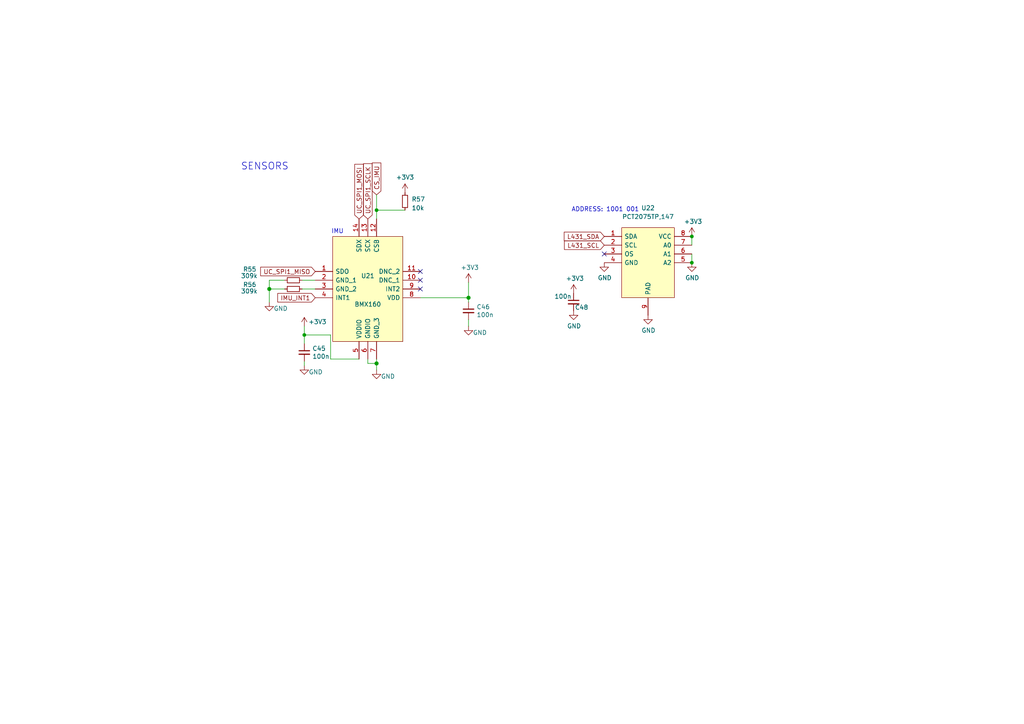
<source format=kicad_sch>
(kicad_sch
	(version 20231120)
	(generator "eeschema")
	(generator_version "8.0")
	(uuid "81cfeb71-ffa8-4301-b37a-51d1e5db774a")
	(paper "A4")
	(lib_symbols
		(symbol "Device:C_Small"
			(pin_numbers hide)
			(pin_names
				(offset 0.254) hide)
			(exclude_from_sim no)
			(in_bom yes)
			(on_board yes)
			(property "Reference" "C"
				(at 0.254 1.778 0)
				(effects
					(font
						(size 1.27 1.27)
					)
					(justify left)
				)
			)
			(property "Value" "C_Small"
				(at 0.254 -2.032 0)
				(effects
					(font
						(size 1.27 1.27)
					)
					(justify left)
				)
			)
			(property "Footprint" ""
				(at 0 0 0)
				(effects
					(font
						(size 1.27 1.27)
					)
					(hide yes)
				)
			)
			(property "Datasheet" "~"
				(at 0 0 0)
				(effects
					(font
						(size 1.27 1.27)
					)
					(hide yes)
				)
			)
			(property "Description" "Unpolarized capacitor, small symbol"
				(at 0 0 0)
				(effects
					(font
						(size 1.27 1.27)
					)
					(hide yes)
				)
			)
			(property "ki_keywords" "capacitor cap"
				(at 0 0 0)
				(effects
					(font
						(size 1.27 1.27)
					)
					(hide yes)
				)
			)
			(property "ki_fp_filters" "C_*"
				(at 0 0 0)
				(effects
					(font
						(size 1.27 1.27)
					)
					(hide yes)
				)
			)
			(symbol "C_Small_0_1"
				(polyline
					(pts
						(xy -1.524 -0.508) (xy 1.524 -0.508)
					)
					(stroke
						(width 0.3302)
						(type default)
					)
					(fill
						(type none)
					)
				)
				(polyline
					(pts
						(xy -1.524 0.508) (xy 1.524 0.508)
					)
					(stroke
						(width 0.3048)
						(type default)
					)
					(fill
						(type none)
					)
				)
			)
			(symbol "C_Small_1_1"
				(pin passive line
					(at 0 2.54 270)
					(length 2.032)
					(name "~"
						(effects
							(font
								(size 1.27 1.27)
							)
						)
					)
					(number "1"
						(effects
							(font
								(size 1.27 1.27)
							)
						)
					)
				)
				(pin passive line
					(at 0 -2.54 90)
					(length 2.032)
					(name "~"
						(effects
							(font
								(size 1.27 1.27)
							)
						)
					)
					(number "2"
						(effects
							(font
								(size 1.27 1.27)
							)
						)
					)
				)
			)
		)
		(symbol "Device:R_Small"
			(pin_numbers hide)
			(pin_names
				(offset 0.254) hide)
			(exclude_from_sim no)
			(in_bom yes)
			(on_board yes)
			(property "Reference" "R"
				(at 0.762 0.508 0)
				(effects
					(font
						(size 1.27 1.27)
					)
					(justify left)
				)
			)
			(property "Value" "R_Small"
				(at 0.762 -1.016 0)
				(effects
					(font
						(size 1.27 1.27)
					)
					(justify left)
				)
			)
			(property "Footprint" ""
				(at 0 0 0)
				(effects
					(font
						(size 1.27 1.27)
					)
					(hide yes)
				)
			)
			(property "Datasheet" "~"
				(at 0 0 0)
				(effects
					(font
						(size 1.27 1.27)
					)
					(hide yes)
				)
			)
			(property "Description" "Resistor, small symbol"
				(at 0 0 0)
				(effects
					(font
						(size 1.27 1.27)
					)
					(hide yes)
				)
			)
			(property "ki_keywords" "R resistor"
				(at 0 0 0)
				(effects
					(font
						(size 1.27 1.27)
					)
					(hide yes)
				)
			)
			(property "ki_fp_filters" "R_*"
				(at 0 0 0)
				(effects
					(font
						(size 1.27 1.27)
					)
					(hide yes)
				)
			)
			(symbol "R_Small_0_1"
				(rectangle
					(start -0.762 1.778)
					(end 0.762 -1.778)
					(stroke
						(width 0.2032)
						(type default)
					)
					(fill
						(type none)
					)
				)
			)
			(symbol "R_Small_1_1"
				(pin passive line
					(at 0 2.54 270)
					(length 0.762)
					(name "~"
						(effects
							(font
								(size 1.27 1.27)
							)
						)
					)
					(number "1"
						(effects
							(font
								(size 1.27 1.27)
							)
						)
					)
				)
				(pin passive line
					(at 0 -2.54 90)
					(length 0.762)
					(name "~"
						(effects
							(font
								(size 1.27 1.27)
							)
						)
					)
					(number "2"
						(effects
							(font
								(size 1.27 1.27)
							)
						)
					)
				)
			)
		)
		(symbol "PCT2075TP,147_1"
			(pin_names
				(offset 0.762)
			)
			(exclude_from_sim no)
			(in_bom yes)
			(on_board yes)
			(property "Reference" "U2"
				(at 12.7 8.255 0)
				(effects
					(font
						(size 1.27 1.27)
					)
				)
			)
			(property "Value" "PCT2075TP,147_1"
				(at 12.7 5.715 0)
				(effects
					(font
						(size 1.27 1.27)
					)
				)
			)
			(property "Footprint" "downloaded_parts:SON50P300X200X80-9N"
				(at 21.59 2.54 0)
				(effects
					(font
						(size 1.27 1.27)
					)
					(justify left)
					(hide yes)
				)
			)
			(property "Datasheet" "http://www.nxp.com/docs/en/data-sheet/PCT2075.pdf"
				(at 21.59 0 0)
				(effects
					(font
						(size 1.27 1.27)
					)
					(justify left)
					(hide yes)
				)
			)
			(property "Description" "NXP - PCT2075TP,147 - Temperature Sensor IC, Digital, +/- 2C, -55 C, 125 C, SON, 8 Pins"
				(at 21.59 -2.54 0)
				(effects
					(font
						(size 1.27 1.27)
					)
					(justify left)
					(hide yes)
				)
			)
			(property "Height" "0.8"
				(at 21.59 -5.08 0)
				(effects
					(font
						(size 1.27 1.27)
					)
					(justify left)
					(hide yes)
				)
			)
			(property "Mouser Part Number" "771-PCT2075TP147"
				(at 21.59 -7.62 0)
				(effects
					(font
						(size 1.27 1.27)
					)
					(justify left)
					(hide yes)
				)
			)
			(property "Mouser Price/Stock" "https://www.mouser.co.uk/ProductDetail/NXP-Semiconductors/PCT2075TP147?qs=8kBc1%252BPe71eEyKWf3YBaGA%3D%3D"
				(at 21.59 -10.16 0)
				(effects
					(font
						(size 1.27 1.27)
					)
					(justify left)
					(hide yes)
				)
			)
			(property "Manufacturer_Name" "NXP"
				(at 21.59 -12.7 0)
				(effects
					(font
						(size 1.27 1.27)
					)
					(justify left)
					(hide yes)
				)
			)
			(property "Manufacturer_Part_Number" "PCT2075TP,147"
				(at 21.59 -15.24 0)
				(effects
					(font
						(size 1.27 1.27)
					)
					(justify left)
					(hide yes)
				)
			)
			(symbol "PCT2075TP,147_1_0_0"
				(pin passive line
					(at 0 0 0)
					(length 5.08)
					(name "SDA"
						(effects
							(font
								(size 1.27 1.27)
							)
						)
					)
					(number "1"
						(effects
							(font
								(size 1.27 1.27)
							)
						)
					)
				)
				(pin passive line
					(at 0 -2.54 0)
					(length 5.08)
					(name "SCL"
						(effects
							(font
								(size 1.27 1.27)
							)
						)
					)
					(number "2"
						(effects
							(font
								(size 1.27 1.27)
							)
						)
					)
				)
				(pin passive line
					(at 0 -5.08 0)
					(length 5.08)
					(name "OS"
						(effects
							(font
								(size 1.27 1.27)
							)
						)
					)
					(number "3"
						(effects
							(font
								(size 1.27 1.27)
							)
						)
					)
				)
				(pin passive line
					(at 0 -7.62 0)
					(length 5.08)
					(name "GND"
						(effects
							(font
								(size 1.27 1.27)
							)
						)
					)
					(number "4"
						(effects
							(font
								(size 1.27 1.27)
							)
						)
					)
				)
				(pin passive line
					(at 25.4 -7.62 180)
					(length 5.08)
					(name "A2"
						(effects
							(font
								(size 1.27 1.27)
							)
						)
					)
					(number "5"
						(effects
							(font
								(size 1.27 1.27)
							)
						)
					)
				)
				(pin passive line
					(at 25.4 -5.08 180)
					(length 5.08)
					(name "A1"
						(effects
							(font
								(size 1.27 1.27)
							)
						)
					)
					(number "6"
						(effects
							(font
								(size 1.27 1.27)
							)
						)
					)
				)
				(pin passive line
					(at 25.4 -2.54 180)
					(length 5.08)
					(name "A0"
						(effects
							(font
								(size 1.27 1.27)
							)
						)
					)
					(number "7"
						(effects
							(font
								(size 1.27 1.27)
							)
						)
					)
				)
				(pin passive line
					(at 25.4 0 180)
					(length 5.08)
					(name "VCC"
						(effects
							(font
								(size 1.27 1.27)
							)
						)
					)
					(number "8"
						(effects
							(font
								(size 1.27 1.27)
							)
						)
					)
				)
				(pin passive line
					(at 12.7 -22.86 90)
					(length 5.08)
					(name "PAD"
						(effects
							(font
								(size 1.27 1.27)
							)
						)
					)
					(number "9"
						(effects
							(font
								(size 1.27 1.27)
							)
						)
					)
				)
			)
			(symbol "PCT2075TP,147_1_0_1"
				(polyline
					(pts
						(xy 5.08 2.54) (xy 20.32 2.54) (xy 20.32 -17.78) (xy 5.08 -17.78) (xy 5.08 2.54)
					)
					(stroke
						(width 0.1524)
						(type default)
					)
					(fill
						(type background)
					)
				)
			)
		)
		(symbol "SamacSys_Parts3:BMX160"
			(pin_names
				(offset 0.762)
			)
			(exclude_from_sim no)
			(in_bom yes)
			(on_board yes)
			(property "Reference" "IC?"
				(at 15.24 19.685 0)
				(effects
					(font
						(size 1.27 1.27)
					)
				)
			)
			(property "Value" "BMX160"
				(at 15.24 17.145 0)
				(effects
					(font
						(size 1.27 1.27)
					)
				)
			)
			(property "Footprint" "PQFN50P300X250X88-14N"
				(at 26.67 10.16 0)
				(effects
					(font
						(size 1.27 1.27)
					)
					(justify left)
					(hide yes)
				)
			)
			(property "Datasheet" ""
				(at 26.67 7.62 0)
				(effects
					(font
						(size 1.27 1.27)
					)
					(justify left)
					(hide yes)
				)
			)
			(property "Description" "IMUs - Inertial Measurement Units 9-axis (9DOF) Absolute Orientation MEMS Sensor"
				(at 26.67 5.08 0)
				(effects
					(font
						(size 1.27 1.27)
					)
					(justify left)
					(hide yes)
				)
			)
			(property "Height" "0.88"
				(at 26.67 2.54 0)
				(effects
					(font
						(size 1.27 1.27)
					)
					(justify left)
					(hide yes)
				)
			)
			(property "Mouser Part Number" "262-BMX160"
				(at 26.67 0 0)
				(effects
					(font
						(size 1.27 1.27)
					)
					(justify left)
					(hide yes)
				)
			)
			(property "Mouser Price/Stock" "https://www.mouser.co.uk/ProductDetail/Bosch-Sensortec/BMX160?qs=w%2Fv1CP2dgqoayZdn49CsrA%3D%3D"
				(at 26.67 -2.54 0)
				(effects
					(font
						(size 1.27 1.27)
					)
					(justify left)
					(hide yes)
				)
			)
			(property "Manufacturer_Name" "Bosch Sensortec"
				(at 26.67 -5.08 0)
				(effects
					(font
						(size 1.27 1.27)
					)
					(justify left)
					(hide yes)
				)
			)
			(property "Manufacturer_Part_Number" "BMX160"
				(at 26.67 -7.62 0)
				(effects
					(font
						(size 1.27 1.27)
					)
					(justify left)
					(hide yes)
				)
			)
			(symbol "BMX160_0_0"
				(pin passive line
					(at 0 0 0)
					(length 5.08)
					(name "SDO"
						(effects
							(font
								(size 1.27 1.27)
							)
						)
					)
					(number "1"
						(effects
							(font
								(size 1.27 1.27)
							)
						)
					)
				)
				(pin passive line
					(at 30.48 -2.54 180)
					(length 5.08)
					(name "DNC_1"
						(effects
							(font
								(size 1.27 1.27)
							)
						)
					)
					(number "10"
						(effects
							(font
								(size 1.27 1.27)
							)
						)
					)
				)
				(pin passive line
					(at 30.48 0 180)
					(length 5.08)
					(name "DNC_2"
						(effects
							(font
								(size 1.27 1.27)
							)
						)
					)
					(number "11"
						(effects
							(font
								(size 1.27 1.27)
							)
						)
					)
				)
				(pin passive line
					(at 17.78 15.24 270)
					(length 5.08)
					(name "CSB"
						(effects
							(font
								(size 1.27 1.27)
							)
						)
					)
					(number "12"
						(effects
							(font
								(size 1.27 1.27)
							)
						)
					)
				)
				(pin passive line
					(at 15.24 15.24 270)
					(length 5.08)
					(name "SCX"
						(effects
							(font
								(size 1.27 1.27)
							)
						)
					)
					(number "13"
						(effects
							(font
								(size 1.27 1.27)
							)
						)
					)
				)
				(pin passive line
					(at 12.7 15.24 270)
					(length 5.08)
					(name "SDX"
						(effects
							(font
								(size 1.27 1.27)
							)
						)
					)
					(number "14"
						(effects
							(font
								(size 1.27 1.27)
							)
						)
					)
				)
				(pin passive line
					(at 0 -2.54 0)
					(length 5.08)
					(name "GND_1"
						(effects
							(font
								(size 1.27 1.27)
							)
						)
					)
					(number "2"
						(effects
							(font
								(size 1.27 1.27)
							)
						)
					)
				)
				(pin passive line
					(at 0 -5.08 0)
					(length 5.08)
					(name "GND_2"
						(effects
							(font
								(size 1.27 1.27)
							)
						)
					)
					(number "3"
						(effects
							(font
								(size 1.27 1.27)
							)
						)
					)
				)
				(pin passive line
					(at 0 -7.62 0)
					(length 5.08)
					(name "INT1"
						(effects
							(font
								(size 1.27 1.27)
							)
						)
					)
					(number "4"
						(effects
							(font
								(size 1.27 1.27)
							)
						)
					)
				)
				(pin passive line
					(at 12.7 -25.4 90)
					(length 5.08)
					(name "VDDIO"
						(effects
							(font
								(size 1.27 1.27)
							)
						)
					)
					(number "5"
						(effects
							(font
								(size 1.27 1.27)
							)
						)
					)
				)
				(pin passive line
					(at 15.24 -25.4 90)
					(length 5.08)
					(name "GNDIO"
						(effects
							(font
								(size 1.27 1.27)
							)
						)
					)
					(number "6"
						(effects
							(font
								(size 1.27 1.27)
							)
						)
					)
				)
				(pin passive line
					(at 17.78 -25.4 90)
					(length 5.08)
					(name "GND_3"
						(effects
							(font
								(size 1.27 1.27)
							)
						)
					)
					(number "7"
						(effects
							(font
								(size 1.27 1.27)
							)
						)
					)
				)
				(pin passive line
					(at 30.48 -7.62 180)
					(length 5.08)
					(name "VDD"
						(effects
							(font
								(size 1.27 1.27)
							)
						)
					)
					(number "8"
						(effects
							(font
								(size 1.27 1.27)
							)
						)
					)
				)
				(pin passive line
					(at 30.48 -5.08 180)
					(length 5.08)
					(name "INT2"
						(effects
							(font
								(size 1.27 1.27)
							)
						)
					)
					(number "9"
						(effects
							(font
								(size 1.27 1.27)
							)
						)
					)
				)
			)
			(symbol "BMX160_0_1"
				(polyline
					(pts
						(xy 5.08 10.16) (xy 25.4 10.16) (xy 25.4 -20.32) (xy 5.08 -20.32) (xy 5.08 10.16)
					)
					(stroke
						(width 0.1524)
						(type default)
					)
					(fill
						(type background)
					)
				)
			)
		)
		(symbol "power:+3.3V"
			(power)
			(pin_names
				(offset 0)
			)
			(exclude_from_sim no)
			(in_bom yes)
			(on_board yes)
			(property "Reference" "#PWR"
				(at 0 -3.81 0)
				(effects
					(font
						(size 1.27 1.27)
					)
					(hide yes)
				)
			)
			(property "Value" "+3.3V"
				(at 0 3.556 0)
				(effects
					(font
						(size 1.27 1.27)
					)
				)
			)
			(property "Footprint" ""
				(at 0 0 0)
				(effects
					(font
						(size 1.27 1.27)
					)
					(hide yes)
				)
			)
			(property "Datasheet" ""
				(at 0 0 0)
				(effects
					(font
						(size 1.27 1.27)
					)
					(hide yes)
				)
			)
			(property "Description" "Power flag"
				(at 0 0 0)
				(effects
					(font
						(size 1.27 1.27)
					)
					(hide yes)
				)
			)
			(property "ki_keywords" "power-flag"
				(at 0 0 0)
				(effects
					(font
						(size 1.27 1.27)
					)
					(hide yes)
				)
			)
			(symbol "+3.3V_0_1"
				(polyline
					(pts
						(xy -0.762 1.27) (xy 0 2.54)
					)
					(stroke
						(width 0)
						(type default)
					)
					(fill
						(type none)
					)
				)
				(polyline
					(pts
						(xy 0 0) (xy 0 2.54)
					)
					(stroke
						(width 0)
						(type default)
					)
					(fill
						(type none)
					)
				)
				(polyline
					(pts
						(xy 0 2.54) (xy 0.762 1.27)
					)
					(stroke
						(width 0)
						(type default)
					)
					(fill
						(type none)
					)
				)
			)
			(symbol "+3.3V_1_1"
				(pin power_in line
					(at 0 0 90)
					(length 0) hide
					(name "+3V3"
						(effects
							(font
								(size 1.27 1.27)
							)
						)
					)
					(number "1"
						(effects
							(font
								(size 1.27 1.27)
							)
						)
					)
				)
			)
		)
		(symbol "power:+3V3"
			(power)
			(pin_names
				(offset 0)
			)
			(exclude_from_sim no)
			(in_bom yes)
			(on_board yes)
			(property "Reference" "#PWR"
				(at 0 -3.81 0)
				(effects
					(font
						(size 1.27 1.27)
					)
					(hide yes)
				)
			)
			(property "Value" "+3V3"
				(at 0 3.556 0)
				(effects
					(font
						(size 1.27 1.27)
					)
				)
			)
			(property "Footprint" ""
				(at 0 0 0)
				(effects
					(font
						(size 1.27 1.27)
					)
					(hide yes)
				)
			)
			(property "Datasheet" ""
				(at 0 0 0)
				(effects
					(font
						(size 1.27 1.27)
					)
					(hide yes)
				)
			)
			(property "Description" "Power flag"
				(at 0 0 0)
				(effects
					(font
						(size 1.27 1.27)
					)
					(hide yes)
				)
			)
			(property "ki_keywords" "power-flag"
				(at 0 0 0)
				(effects
					(font
						(size 1.27 1.27)
					)
					(hide yes)
				)
			)
			(symbol "+3V3_0_1"
				(polyline
					(pts
						(xy -0.762 1.27) (xy 0 2.54)
					)
					(stroke
						(width 0)
						(type default)
					)
					(fill
						(type none)
					)
				)
				(polyline
					(pts
						(xy 0 0) (xy 0 2.54)
					)
					(stroke
						(width 0)
						(type default)
					)
					(fill
						(type none)
					)
				)
				(polyline
					(pts
						(xy 0 2.54) (xy 0.762 1.27)
					)
					(stroke
						(width 0)
						(type default)
					)
					(fill
						(type none)
					)
				)
			)
			(symbol "+3V3_1_1"
				(pin power_in line
					(at 0 0 90)
					(length 0) hide
					(name "+3V3"
						(effects
							(font
								(size 1.27 1.27)
							)
						)
					)
					(number "1"
						(effects
							(font
								(size 1.27 1.27)
							)
						)
					)
				)
			)
		)
		(symbol "power:GND"
			(power)
			(pin_names
				(offset 0)
			)
			(exclude_from_sim no)
			(in_bom yes)
			(on_board yes)
			(property "Reference" "#PWR"
				(at 0 -6.35 0)
				(effects
					(font
						(size 1.27 1.27)
					)
					(hide yes)
				)
			)
			(property "Value" "GND"
				(at 0 -3.81 0)
				(effects
					(font
						(size 1.27 1.27)
					)
				)
			)
			(property "Footprint" ""
				(at 0 0 0)
				(effects
					(font
						(size 1.27 1.27)
					)
					(hide yes)
				)
			)
			(property "Datasheet" ""
				(at 0 0 0)
				(effects
					(font
						(size 1.27 1.27)
					)
					(hide yes)
				)
			)
			(property "Description" "Power flag, ground"
				(at 0 0 0)
				(effects
					(font
						(size 1.27 1.27)
					)
					(hide yes)
				)
			)
			(property "ki_keywords" "power-flag"
				(at 0 0 0)
				(effects
					(font
						(size 1.27 1.27)
					)
					(hide yes)
				)
			)
			(symbol "GND_0_1"
				(polyline
					(pts
						(xy 0 0) (xy 0 -1.27) (xy 1.27 -1.27) (xy 0 -2.54) (xy -1.27 -1.27) (xy 0 -1.27)
					)
					(stroke
						(width 0)
						(type default)
					)
					(fill
						(type none)
					)
				)
			)
			(symbol "GND_1_1"
				(pin power_in line
					(at 0 0 270)
					(length 0) hide
					(name "GND"
						(effects
							(font
								(size 1.27 1.27)
							)
						)
					)
					(number "1"
						(effects
							(font
								(size 1.27 1.27)
							)
						)
					)
				)
			)
		)
	)
	(junction
		(at 109.22 60.96)
		(diameter 0)
		(color 0 0 0 0)
		(uuid "1a294ff3-21c5-4c6c-8701-c320e05fec1d")
	)
	(junction
		(at 200.66 76.2)
		(diameter 0)
		(color 0 0 0 0)
		(uuid "3a2823c9-96c3-4c9a-add2-cc6474f99fb2")
	)
	(junction
		(at 135.89 86.36)
		(diameter 1.016)
		(color 0 0 0 0)
		(uuid "4e87cf8f-1c21-47f3-bbb5-ed7230b1bf3d")
	)
	(junction
		(at 109.22 105.41)
		(diameter 1.016)
		(color 0 0 0 0)
		(uuid "6490474c-6dfc-4036-aa96-f3ac061b3438")
	)
	(junction
		(at 200.66 68.58)
		(diameter 0)
		(color 0 0 0 0)
		(uuid "85502df8-dfc2-4794-b329-2574c9513a58")
	)
	(junction
		(at 88.265 97.155)
		(diameter 0.9144)
		(color 0 0 0 0)
		(uuid "9291b9ee-da1f-4f67-b92b-004d082c36c2")
	)
	(junction
		(at 78.105 83.82)
		(diameter 1.016)
		(color 0 0 0 0)
		(uuid "f255e330-3aa6-4bd0-a54d-13481b5d40e9")
	)
	(no_connect
		(at 121.92 83.82)
		(uuid "0f06d869-0436-4170-8023-9c46b5b33461")
	)
	(no_connect
		(at 121.92 81.28)
		(uuid "44bd239c-3a61-4d89-a81f-e5c84965a00a")
	)
	(no_connect
		(at 175.26 73.66)
		(uuid "c7eaead3-5a35-4b50-9d19-c3e11e8c2e6d")
	)
	(no_connect
		(at 121.92 78.74)
		(uuid "d501063f-a5d8-4e6f-8a3a-a79fb12813d2")
	)
	(wire
		(pts
			(xy 109.22 56.515) (xy 109.22 60.96)
		)
		(stroke
			(width 0)
			(type default)
		)
		(uuid "12cd3e61-7941-4f33-ad70-adca7f2b3ede")
	)
	(wire
		(pts
			(xy 135.89 81.915) (xy 135.89 86.36)
		)
		(stroke
			(width 0)
			(type solid)
		)
		(uuid "17aee81f-7721-4ceb-baea-0e69d88fdc6d")
	)
	(wire
		(pts
			(xy 88.265 94.615) (xy 88.265 97.155)
		)
		(stroke
			(width 0)
			(type solid)
		)
		(uuid "1a3c458c-dd48-47c6-bcc5-57143989c470")
	)
	(wire
		(pts
			(xy 95.885 104.14) (xy 95.885 97.155)
		)
		(stroke
			(width 0)
			(type solid)
		)
		(uuid "1d064ed9-f344-4ccf-b5a7-110384038dfa")
	)
	(wire
		(pts
			(xy 200.66 73.66) (xy 200.66 76.2)
		)
		(stroke
			(width 0)
			(type default)
		)
		(uuid "2b6df775-cdaa-4b60-a14e-3ab7d97f2126")
	)
	(wire
		(pts
			(xy 135.89 92.71) (xy 135.89 94.615)
		)
		(stroke
			(width 0)
			(type solid)
		)
		(uuid "45d8d7ba-d96b-4e08-b446-596ba8252ecd")
	)
	(wire
		(pts
			(xy 88.265 97.155) (xy 88.265 99.695)
		)
		(stroke
			(width 0)
			(type solid)
		)
		(uuid "4e4ce27e-de84-4020-8330-b0e78c065580")
	)
	(wire
		(pts
			(xy 109.22 60.96) (xy 117.475 60.96)
		)
		(stroke
			(width 0)
			(type default)
		)
		(uuid "55e7c1b8-2af5-4ac6-a9d4-f71dc139d924")
	)
	(wire
		(pts
			(xy 109.22 105.41) (xy 109.22 107.315)
		)
		(stroke
			(width 0)
			(type solid)
		)
		(uuid "576cb0cf-300f-403e-bd11-3b1f2795bdfa")
	)
	(wire
		(pts
			(xy 135.89 86.36) (xy 135.89 87.63)
		)
		(stroke
			(width 0)
			(type solid)
		)
		(uuid "5e11dcfe-7147-4512-85a8-f502da3cf427")
	)
	(wire
		(pts
			(xy 78.105 83.82) (xy 78.105 87.63)
		)
		(stroke
			(width 0)
			(type solid)
		)
		(uuid "74521781-19e1-4ac9-9097-0b4bec4cf1de")
	)
	(wire
		(pts
			(xy 91.44 81.28) (xy 87.63 81.28)
		)
		(stroke
			(width 0)
			(type solid)
		)
		(uuid "7713b54b-2b52-4e1f-9903-ac9311c7cd09")
	)
	(wire
		(pts
			(xy 95.885 97.155) (xy 88.265 97.155)
		)
		(stroke
			(width 0)
			(type solid)
		)
		(uuid "779236e6-df08-42af-b90b-e2694d8e1d3a")
	)
	(wire
		(pts
			(xy 121.92 86.36) (xy 135.89 86.36)
		)
		(stroke
			(width 0)
			(type solid)
		)
		(uuid "77dbe236-9981-499e-91a9-aac1dec4fc31")
	)
	(wire
		(pts
			(xy 104.14 104.14) (xy 95.885 104.14)
		)
		(stroke
			(width 0)
			(type solid)
		)
		(uuid "7ef1067b-7fcc-499c-9493-f1920d2fc538")
	)
	(wire
		(pts
			(xy 200.66 68.58) (xy 200.66 71.12)
		)
		(stroke
			(width 0)
			(type default)
		)
		(uuid "8936da11-63e6-4c96-88b6-865ce2e6306a")
	)
	(wire
		(pts
			(xy 91.44 83.82) (xy 87.63 83.82)
		)
		(stroke
			(width 0)
			(type solid)
		)
		(uuid "9113d62c-0f38-4521-8159-44ba342a176c")
	)
	(wire
		(pts
			(xy 106.68 105.41) (xy 109.22 105.41)
		)
		(stroke
			(width 0)
			(type solid)
		)
		(uuid "9cd15070-42ed-4c13-8402-73eccd8c8ede")
	)
	(wire
		(pts
			(xy 106.68 104.14) (xy 106.68 105.41)
		)
		(stroke
			(width 0)
			(type solid)
		)
		(uuid "a6ca65ac-fa32-4954-8319-a99d11bbdd0d")
	)
	(wire
		(pts
			(xy 109.22 60.96) (xy 109.22 63.5)
		)
		(stroke
			(width 0)
			(type default)
		)
		(uuid "a860431e-f680-463a-9d5f-45bfc19d3435")
	)
	(wire
		(pts
			(xy 88.265 104.775) (xy 88.265 106.045)
		)
		(stroke
			(width 0)
			(type solid)
		)
		(uuid "a8b63dfe-f2cf-4887-92d9-940accf0d8d3")
	)
	(wire
		(pts
			(xy 82.55 81.28) (xy 78.105 81.28)
		)
		(stroke
			(width 0)
			(type solid)
		)
		(uuid "ae0b74c6-62a9-4c04-86b2-9910b734b2ba")
	)
	(wire
		(pts
			(xy 109.22 104.14) (xy 109.22 105.41)
		)
		(stroke
			(width 0)
			(type solid)
		)
		(uuid "bce302b6-3b59-44c2-a319-d6c367441624")
	)
	(wire
		(pts
			(xy 78.105 81.28) (xy 78.105 83.82)
		)
		(stroke
			(width 0)
			(type solid)
		)
		(uuid "c27ae6bc-e831-414d-84d5-cfb49edebf4b")
	)
	(wire
		(pts
			(xy 82.55 83.82) (xy 78.105 83.82)
		)
		(stroke
			(width 0)
			(type solid)
		)
		(uuid "d3a76eab-173c-4fba-92a9-09a2bf04d709")
	)
	(text "SENSORS"
		(exclude_from_sim no)
		(at 69.85 49.53 0)
		(effects
			(font
				(size 2 2)
			)
			(justify left bottom)
		)
		(uuid "82fe95e2-a1e6-479f-8388-5e97929d4c95")
	)
	(text "ADDRESS: 1001 001"
		(exclude_from_sim no)
		(at 165.735 61.595 0)
		(effects
			(font
				(size 1.27 1.27)
			)
			(justify left bottom)
		)
		(uuid "c5de9b7f-6289-49c9-8a8d-89717f181017")
	)
	(text "IMU"
		(exclude_from_sim no)
		(at 99.695 67.945 0)
		(effects
			(font
				(size 1.27 1.27)
			)
			(justify right bottom)
		)
		(uuid "d5c4e02e-eb2d-46c3-8298-6af13f7006f4")
	)
	(global_label "CS_IMU"
		(shape input)
		(at 109.22 56.515 90)
		(effects
			(font
				(size 1.27 1.27)
			)
			(justify left)
		)
		(uuid "02dff6a7-5005-4b72-a426-fb5f4b785459")
		(property "Intersheetrefs" "${INTERSHEET_REFS}"
			(at 109.2994 44.7765 90)
			(effects
				(font
					(size 1.27 1.27)
				)
				(justify left)
				(hide yes)
			)
		)
	)
	(global_label "L431_SDA"
		(shape input)
		(at 175.26 68.58 180)
		(fields_autoplaced yes)
		(effects
			(font
				(size 1.27 1.27)
			)
			(justify right)
		)
		(uuid "48df0ac0-adc1-48b4-95f8-b77dc6b36383")
		(property "Intersheetrefs" "${INTERSHEET_REFS}"
			(at 163.0825 68.58 0)
			(effects
				(font
					(size 1.27 1.27)
				)
				(justify right)
				(hide yes)
			)
		)
	)
	(global_label "L431_SCL"
		(shape input)
		(at 175.26 71.12 180)
		(fields_autoplaced yes)
		(effects
			(font
				(size 1.27 1.27)
			)
			(justify right)
		)
		(uuid "5e51d298-2eee-4194-90cb-bf6ca1146eac")
		(property "Intersheetrefs" "${INTERSHEET_REFS}"
			(at 163.143 71.12 0)
			(effects
				(font
					(size 1.27 1.27)
				)
				(justify right)
				(hide yes)
			)
		)
	)
	(global_label "IMU_INT1"
		(shape input)
		(at 91.44 86.36 180)
		(fields_autoplaced yes)
		(effects
			(font
				(size 1.27 1.27)
			)
			(justify right)
		)
		(uuid "634f7e42-876f-49cf-8a66-add3f46ebd1f")
		(property "Intersheetrefs" "${INTERSHEET_REFS}"
			(at 80.5602 86.2806 0)
			(effects
				(font
					(size 1.27 1.27)
				)
				(justify right)
				(hide yes)
			)
		)
	)
	(global_label "UC_SPI1_MOSI"
		(shape input)
		(at 104.14 63.5 90)
		(effects
			(font
				(size 1.27 1.27)
			)
			(justify left)
		)
		(uuid "8ce71932-6903-4bfa-9b4d-2d57d58ff0d4")
		(property "Intersheetrefs" "${INTERSHEET_REFS}"
			(at 104.2194 48.9191 90)
			(effects
				(font
					(size 1.27 1.27)
				)
				(justify left)
				(hide yes)
			)
		)
	)
	(global_label "UC_SPI1_MISO"
		(shape input)
		(at 91.44 78.74 180)
		(effects
			(font
				(size 1.27 1.27)
			)
			(justify right)
		)
		(uuid "b649b1d1-9fcc-4003-ac7a-41a7cbc49eef")
		(property "Intersheetrefs" "${INTERSHEET_REFS}"
			(at 76.8591 78.6606 0)
			(effects
				(font
					(size 1.27 1.27)
				)
				(justify right)
				(hide yes)
			)
		)
	)
	(global_label "UC_SPI1_SCLK"
		(shape input)
		(at 106.68 63.5 90)
		(effects
			(font
				(size 1.27 1.27)
			)
			(justify left)
		)
		(uuid "c6332de0-ccc0-4b9f-8a69-7ab44721a8e3")
		(property "Intersheetrefs" "${INTERSHEET_REFS}"
			(at 106.7594 48.9191 90)
			(effects
				(font
					(size 1.27 1.27)
				)
				(justify left)
				(hide yes)
			)
		)
	)
	(symbol
		(lib_id "power:GND")
		(at 200.66 76.2 0)
		(unit 1)
		(exclude_from_sim no)
		(in_bom yes)
		(on_board yes)
		(dnp no)
		(uuid "1335490f-484a-44dc-8286-c16ada3564f1")
		(property "Reference" "#PWR0160"
			(at 200.66 82.55 0)
			(effects
				(font
					(size 1.27 1.27)
				)
				(hide yes)
			)
		)
		(property "Value" "GND"
			(at 200.787 80.5942 0)
			(effects
				(font
					(size 1.27 1.27)
				)
			)
		)
		(property "Footprint" ""
			(at 200.66 76.2 0)
			(effects
				(font
					(size 1.27 1.27)
				)
				(hide yes)
			)
		)
		(property "Datasheet" ""
			(at 200.66 76.2 0)
			(effects
				(font
					(size 1.27 1.27)
				)
				(hide yes)
			)
		)
		(property "Description" ""
			(at 200.66 76.2 0)
			(effects
				(font
					(size 1.27 1.27)
				)
				(hide yes)
			)
		)
		(pin "1"
			(uuid "336f879d-ad9d-4674-8c1b-b4767395549c")
		)
		(instances
			(project "robot-hub_rev4.1"
				(path "/e63e39d7-6ac0-4ffd-8aa3-1841a4541b55/276137d6-f261-403a-928e-262ec5d4f74c"
					(reference "#PWR0160")
					(unit 1)
				)
			)
		)
	)
	(symbol
		(lib_id "power:GND")
		(at 109.22 107.315 0)
		(unit 1)
		(exclude_from_sim no)
		(in_bom yes)
		(on_board yes)
		(dnp no)
		(uuid "149cbb12-fca2-48c2-8e88-dd0ec161bad0")
		(property "Reference" "#PWR0147"
			(at 109.22 113.665 0)
			(effects
				(font
					(size 1.27 1.27)
				)
				(hide yes)
			)
		)
		(property "Value" "GND"
			(at 112.522 109.1692 0)
			(effects
				(font
					(size 1.27 1.27)
				)
			)
		)
		(property "Footprint" ""
			(at 109.22 107.315 0)
			(effects
				(font
					(size 1.27 1.27)
				)
				(hide yes)
			)
		)
		(property "Datasheet" ""
			(at 109.22 107.315 0)
			(effects
				(font
					(size 1.27 1.27)
				)
				(hide yes)
			)
		)
		(property "Description" ""
			(at 109.22 107.315 0)
			(effects
				(font
					(size 1.27 1.27)
				)
				(hide yes)
			)
		)
		(pin "1"
			(uuid "9dca3ded-aac8-4c81-a7a4-44e33cb86c4f")
		)
		(instances
			(project "robot-hub_rev4.1"
				(path "/e63e39d7-6ac0-4ffd-8aa3-1841a4541b55/276137d6-f261-403a-928e-262ec5d4f74c"
					(reference "#PWR0147")
					(unit 1)
				)
			)
		)
	)
	(symbol
		(lib_id "Device:C_Small")
		(at 88.265 102.235 0)
		(unit 1)
		(exclude_from_sim no)
		(in_bom yes)
		(on_board yes)
		(dnp no)
		(uuid "23ea3104-988e-495e-8197-35f024f9066d")
		(property "Reference" "C45"
			(at 90.5892 101.0856 0)
			(effects
				(font
					(size 1.27 1.27)
				)
				(justify left)
			)
		)
		(property "Value" "100n"
			(at 90.589 103.384 0)
			(effects
				(font
					(size 1.27 1.27)
				)
				(justify left)
			)
		)
		(property "Footprint" "Capacitor_SMD:C_0603_1608Metric"
			(at 88.265 102.235 0)
			(effects
				(font
					(size 1.27 1.27)
				)
				(hide yes)
			)
		)
		(property "Datasheet" "~"
			(at 88.265 102.235 0)
			(effects
				(font
					(size 1.27 1.27)
				)
				(hide yes)
			)
		)
		(property "Description" ""
			(at 88.265 102.235 0)
			(effects
				(font
					(size 1.27 1.27)
				)
				(hide yes)
			)
		)
		(pin "1"
			(uuid "d7309fdd-7711-4624-a787-a48931da5749")
		)
		(pin "2"
			(uuid "2efb2999-2636-4b39-a7cf-8f5c41ac3b68")
		)
		(instances
			(project "robot-hub_rev4.1"
				(path "/e63e39d7-6ac0-4ffd-8aa3-1841a4541b55/276137d6-f261-403a-928e-262ec5d4f74c"
					(reference "C45")
					(unit 1)
				)
			)
		)
	)
	(symbol
		(lib_id "power:GND")
		(at 78.105 87.63 0)
		(unit 1)
		(exclude_from_sim no)
		(in_bom yes)
		(on_board yes)
		(dnp no)
		(uuid "24e87508-7e02-4c59-919e-7a8cf91bc0ec")
		(property "Reference" "#PWR0144"
			(at 78.105 93.98 0)
			(effects
				(font
					(size 1.27 1.27)
				)
				(hide yes)
			)
		)
		(property "Value" "GND"
			(at 81.407 89.4842 0)
			(effects
				(font
					(size 1.27 1.27)
				)
			)
		)
		(property "Footprint" ""
			(at 78.105 87.63 0)
			(effects
				(font
					(size 1.27 1.27)
				)
				(hide yes)
			)
		)
		(property "Datasheet" ""
			(at 78.105 87.63 0)
			(effects
				(font
					(size 1.27 1.27)
				)
				(hide yes)
			)
		)
		(property "Description" ""
			(at 78.105 87.63 0)
			(effects
				(font
					(size 1.27 1.27)
				)
				(hide yes)
			)
		)
		(pin "1"
			(uuid "5d8a7c0b-7213-4786-9102-3d404b1f719f")
		)
		(instances
			(project "robot-hub_rev4.1"
				(path "/e63e39d7-6ac0-4ffd-8aa3-1841a4541b55/276137d6-f261-403a-928e-262ec5d4f74c"
					(reference "#PWR0144")
					(unit 1)
				)
			)
		)
	)
	(symbol
		(lib_id "power:GND")
		(at 135.89 94.615 0)
		(unit 1)
		(exclude_from_sim no)
		(in_bom yes)
		(on_board yes)
		(dnp no)
		(uuid "3a611c33-9704-46ac-a312-233a64afdca3")
		(property "Reference" "#PWR0150"
			(at 135.89 100.965 0)
			(effects
				(font
					(size 1.27 1.27)
				)
				(hide yes)
			)
		)
		(property "Value" "GND"
			(at 139.192 96.4692 0)
			(effects
				(font
					(size 1.27 1.27)
				)
			)
		)
		(property "Footprint" ""
			(at 135.89 94.615 0)
			(effects
				(font
					(size 1.27 1.27)
				)
				(hide yes)
			)
		)
		(property "Datasheet" ""
			(at 135.89 94.615 0)
			(effects
				(font
					(size 1.27 1.27)
				)
				(hide yes)
			)
		)
		(property "Description" ""
			(at 135.89 94.615 0)
			(effects
				(font
					(size 1.27 1.27)
				)
				(hide yes)
			)
		)
		(pin "1"
			(uuid "2f88f919-9a55-447f-89f2-51ea70a6e422")
		)
		(instances
			(project "robot-hub_rev4.1"
				(path "/e63e39d7-6ac0-4ffd-8aa3-1841a4541b55/276137d6-f261-403a-928e-262ec5d4f74c"
					(reference "#PWR0150")
					(unit 1)
				)
			)
		)
	)
	(symbol
		(lib_id "Device:R_Small")
		(at 117.475 58.42 0)
		(unit 1)
		(exclude_from_sim no)
		(in_bom yes)
		(on_board yes)
		(dnp no)
		(uuid "61a76507-13a7-484a-8bab-288ee5fe7be2")
		(property "Reference" "R57"
			(at 119.38 57.7849 0)
			(effects
				(font
					(size 1.27 1.27)
				)
				(justify left)
			)
		)
		(property "Value" "10k"
			(at 119.38 60.3249 0)
			(effects
				(font
					(size 1.27 1.27)
				)
				(justify left)
			)
		)
		(property "Footprint" "Resistor_SMD:R_0603_1608Metric"
			(at 117.475 58.42 0)
			(effects
				(font
					(size 1.27 1.27)
				)
				(hide yes)
			)
		)
		(property "Datasheet" "~"
			(at 117.475 58.42 0)
			(effects
				(font
					(size 1.27 1.27)
				)
				(hide yes)
			)
		)
		(property "Description" ""
			(at 117.475 58.42 0)
			(effects
				(font
					(size 1.27 1.27)
				)
				(hide yes)
			)
		)
		(pin "1"
			(uuid "00699469-00ea-4d67-91ff-a72526288a09")
		)
		(pin "2"
			(uuid "0ced645f-666a-4237-b1a1-983c4acc666f")
		)
		(instances
			(project "robot-hub_rev4.1"
				(path "/e63e39d7-6ac0-4ffd-8aa3-1841a4541b55/276137d6-f261-403a-928e-262ec5d4f74c"
					(reference "R57")
					(unit 1)
				)
			)
		)
	)
	(symbol
		(lib_id "Device:R_Small")
		(at 85.09 81.28 270)
		(unit 1)
		(exclude_from_sim no)
		(in_bom yes)
		(on_board yes)
		(dnp no)
		(uuid "67805f1b-5561-4b48-8a17-7b7fe9f224f3")
		(property "Reference" "R55"
			(at 70.485 78.105 90)
			(effects
				(font
					(size 1.27 1.27)
				)
				(justify left)
			)
		)
		(property "Value" "309k"
			(at 69.85 80.01 90)
			(effects
				(font
					(size 1.27 1.27)
				)
				(justify left)
			)
		)
		(property "Footprint" "Resistor_SMD:R_0603_1608Metric"
			(at 85.09 81.28 0)
			(effects
				(font
					(size 1.27 1.27)
				)
				(hide yes)
			)
		)
		(property "Datasheet" "~"
			(at 85.09 81.28 0)
			(effects
				(font
					(size 1.27 1.27)
				)
				(hide yes)
			)
		)
		(property "Description" ""
			(at 85.09 81.28 0)
			(effects
				(font
					(size 1.27 1.27)
				)
				(hide yes)
			)
		)
		(pin "1"
			(uuid "1a31c7d5-56ba-4917-b65c-0df53788bfeb")
		)
		(pin "2"
			(uuid "e38b9274-da59-4118-8adc-b2f94b57cceb")
		)
		(instances
			(project "robot-hub_rev4.1"
				(path "/e63e39d7-6ac0-4ffd-8aa3-1841a4541b55/276137d6-f261-403a-928e-262ec5d4f74c"
					(reference "R55")
					(unit 1)
				)
			)
		)
	)
	(symbol
		(lib_id "power:GND")
		(at 166.37 90.17 0)
		(unit 1)
		(exclude_from_sim no)
		(in_bom yes)
		(on_board yes)
		(dnp no)
		(uuid "67eec721-cdab-40d8-b5b2-c0c921cf7673")
		(property "Reference" "#PWR0154"
			(at 166.37 96.52 0)
			(effects
				(font
					(size 1.27 1.27)
				)
				(hide yes)
			)
		)
		(property "Value" "GND"
			(at 166.497 94.5642 0)
			(effects
				(font
					(size 1.27 1.27)
				)
			)
		)
		(property "Footprint" ""
			(at 166.37 90.17 0)
			(effects
				(font
					(size 1.27 1.27)
				)
				(hide yes)
			)
		)
		(property "Datasheet" ""
			(at 166.37 90.17 0)
			(effects
				(font
					(size 1.27 1.27)
				)
				(hide yes)
			)
		)
		(property "Description" ""
			(at 166.37 90.17 0)
			(effects
				(font
					(size 1.27 1.27)
				)
				(hide yes)
			)
		)
		(pin "1"
			(uuid "b644f34f-de5c-464d-afad-d2a2bcea4a05")
		)
		(instances
			(project "robot-hub_rev4.1"
				(path "/e63e39d7-6ac0-4ffd-8aa3-1841a4541b55/276137d6-f261-403a-928e-262ec5d4f74c"
					(reference "#PWR0154")
					(unit 1)
				)
			)
		)
	)
	(symbol
		(lib_id "power:+3V3")
		(at 88.265 94.615 0)
		(unit 1)
		(exclude_from_sim no)
		(in_bom yes)
		(on_board yes)
		(dnp no)
		(uuid "7ddd5548-e7e1-439f-beb3-00cf474b0329")
		(property "Reference" "#PWR0145"
			(at 88.265 98.425 0)
			(effects
				(font
					(size 1.27 1.27)
				)
				(hide yes)
			)
		)
		(property "Value" "+3V3"
			(at 92.075 93.345 0)
			(effects
				(font
					(size 1.27 1.27)
				)
			)
		)
		(property "Footprint" ""
			(at 88.265 94.615 0)
			(effects
				(font
					(size 1.27 1.27)
				)
				(hide yes)
			)
		)
		(property "Datasheet" ""
			(at 88.265 94.615 0)
			(effects
				(font
					(size 1.27 1.27)
				)
				(hide yes)
			)
		)
		(property "Description" ""
			(at 88.265 94.615 0)
			(effects
				(font
					(size 1.27 1.27)
				)
				(hide yes)
			)
		)
		(pin "1"
			(uuid "2290c752-a7b1-4ac0-973d-e7f34a35eadc")
		)
		(instances
			(project "robot-hub_rev4.1"
				(path "/e63e39d7-6ac0-4ffd-8aa3-1841a4541b55/276137d6-f261-403a-928e-262ec5d4f74c"
					(reference "#PWR0145")
					(unit 1)
				)
			)
		)
	)
	(symbol
		(lib_name "PCT2075TP,147_1")
		(lib_id "downloaded_parts:PCT2075TP,147")
		(at 175.26 68.58 0)
		(unit 1)
		(exclude_from_sim no)
		(in_bom yes)
		(on_board yes)
		(dnp no)
		(fields_autoplaced yes)
		(uuid "8e9a137c-c42e-440a-bfe0-e6ef241b0801")
		(property "Reference" "U22"
			(at 187.96 60.325 0)
			(effects
				(font
					(size 1.27 1.27)
				)
			)
		)
		(property "Value" "PCT2075TP,147"
			(at 187.96 62.865 0)
			(effects
				(font
					(size 1.27 1.27)
				)
			)
		)
		(property "Footprint" "downloaded_parts:SON50P300X200X80-9N"
			(at 196.85 66.04 0)
			(effects
				(font
					(size 1.27 1.27)
				)
				(justify left)
				(hide yes)
			)
		)
		(property "Datasheet" "http://www.nxp.com/docs/en/data-sheet/PCT2075.pdf"
			(at 196.85 68.58 0)
			(effects
				(font
					(size 1.27 1.27)
				)
				(justify left)
				(hide yes)
			)
		)
		(property "Description" "NXP - PCT2075TP,147 - Temperature Sensor IC, Digital, +/- 2C, -55 C, 125 C, SON, 8 Pins"
			(at 196.85 71.12 0)
			(effects
				(font
					(size 1.27 1.27)
				)
				(justify left)
				(hide yes)
			)
		)
		(property "Height" "0.8"
			(at 196.85 73.66 0)
			(effects
				(font
					(size 1.27 1.27)
				)
				(justify left)
				(hide yes)
			)
		)
		(property "Mouser Part Number" "771-PCT2075TP147"
			(at 196.85 76.2 0)
			(effects
				(font
					(size 1.27 1.27)
				)
				(justify left)
				(hide yes)
			)
		)
		(property "Mouser Price/Stock" "https://www.mouser.co.uk/ProductDetail/NXP-Semiconductors/PCT2075TP147?qs=8kBc1%252BPe71eEyKWf3YBaGA%3D%3D"
			(at 196.85 78.74 0)
			(effects
				(font
					(size 1.27 1.27)
				)
				(justify left)
				(hide yes)
			)
		)
		(property "Manufacturer_Name" "NXP"
			(at 196.85 81.28 0)
			(effects
				(font
					(size 1.27 1.27)
				)
				(justify left)
				(hide yes)
			)
		)
		(property "Manufacturer_Part_Number" "PCT2075TP,147"
			(at 196.85 83.82 0)
			(effects
				(font
					(size 1.27 1.27)
				)
				(justify left)
				(hide yes)
			)
		)
		(pin "1"
			(uuid "4c72857e-546d-423a-a9cb-b3eef697f762")
		)
		(pin "2"
			(uuid "8d564e44-3e46-423a-b65f-d16fafecc48b")
		)
		(pin "3"
			(uuid "19be83fd-d0e1-4b87-b2d4-f638e4bdf251")
		)
		(pin "4"
			(uuid "27e33d77-0953-4f00-9d1a-07480a21b90e")
		)
		(pin "5"
			(uuid "5a275567-42fa-422d-b2e9-224b682db6fd")
		)
		(pin "6"
			(uuid "205d05c6-eb59-4de3-a6c1-50d8b472b703")
		)
		(pin "7"
			(uuid "8ce934e2-33d5-4257-8e9f-6e5f86fcb4bc")
		)
		(pin "8"
			(uuid "fa78617f-b9fc-41d4-8549-57f2d3675235")
		)
		(pin "9"
			(uuid "83d0a370-2fc6-4a8a-a7a5-1c6ae7b2dbc5")
		)
		(instances
			(project "robot-hub_rev4.1"
				(path "/e63e39d7-6ac0-4ffd-8aa3-1841a4541b55/276137d6-f261-403a-928e-262ec5d4f74c"
					(reference "U22")
					(unit 1)
				)
			)
		)
	)
	(symbol
		(lib_id "Device:R_Small")
		(at 85.09 83.82 270)
		(unit 1)
		(exclude_from_sim no)
		(in_bom yes)
		(on_board yes)
		(dnp no)
		(uuid "9bacae36-d3b0-489b-a3d6-4c0d42cbb785")
		(property "Reference" "R56"
			(at 70.485 82.55 90)
			(effects
				(font
					(size 1.27 1.27)
				)
				(justify left)
			)
		)
		(property "Value" "309k"
			(at 69.85 84.455 90)
			(effects
				(font
					(size 1.27 1.27)
				)
				(justify left)
			)
		)
		(property "Footprint" "Resistor_SMD:R_0603_1608Metric"
			(at 85.09 83.82 0)
			(effects
				(font
					(size 1.27 1.27)
				)
				(hide yes)
			)
		)
		(property "Datasheet" "~"
			(at 85.09 83.82 0)
			(effects
				(font
					(size 1.27 1.27)
				)
				(hide yes)
			)
		)
		(property "Description" ""
			(at 85.09 83.82 0)
			(effects
				(font
					(size 1.27 1.27)
				)
				(hide yes)
			)
		)
		(pin "1"
			(uuid "fc6c19a8-e751-4e67-803d-5ef8c7f4554b")
		)
		(pin "2"
			(uuid "55f380f1-b826-46a9-aaef-39b0d6df97c0")
		)
		(instances
			(project "robot-hub_rev4.1"
				(path "/e63e39d7-6ac0-4ffd-8aa3-1841a4541b55/276137d6-f261-403a-928e-262ec5d4f74c"
					(reference "R56")
					(unit 1)
				)
			)
		)
	)
	(symbol
		(lib_id "power:GND")
		(at 88.265 106.045 0)
		(unit 1)
		(exclude_from_sim no)
		(in_bom yes)
		(on_board yes)
		(dnp no)
		(uuid "9c88804a-0c14-4730-a418-5e177810ef50")
		(property "Reference" "#PWR0146"
			(at 88.265 112.395 0)
			(effects
				(font
					(size 1.27 1.27)
				)
				(hide yes)
			)
		)
		(property "Value" "GND"
			(at 91.567 107.8992 0)
			(effects
				(font
					(size 1.27 1.27)
				)
			)
		)
		(property "Footprint" ""
			(at 88.265 106.045 0)
			(effects
				(font
					(size 1.27 1.27)
				)
				(hide yes)
			)
		)
		(property "Datasheet" ""
			(at 88.265 106.045 0)
			(effects
				(font
					(size 1.27 1.27)
				)
				(hide yes)
			)
		)
		(property "Description" ""
			(at 88.265 106.045 0)
			(effects
				(font
					(size 1.27 1.27)
				)
				(hide yes)
			)
		)
		(pin "1"
			(uuid "0b68976c-f6a0-4534-9bd0-871e2d64b608")
		)
		(instances
			(project "robot-hub_rev4.1"
				(path "/e63e39d7-6ac0-4ffd-8aa3-1841a4541b55/276137d6-f261-403a-928e-262ec5d4f74c"
					(reference "#PWR0146")
					(unit 1)
				)
			)
		)
	)
	(symbol
		(lib_id "Device:C_Small")
		(at 135.89 90.17 0)
		(unit 1)
		(exclude_from_sim no)
		(in_bom yes)
		(on_board yes)
		(dnp no)
		(uuid "a169b664-1f85-4729-b550-b1ce7aab839c")
		(property "Reference" "C46"
			(at 138.2142 89.0206 0)
			(effects
				(font
					(size 1.27 1.27)
				)
				(justify left)
			)
		)
		(property "Value" "100n"
			(at 138.214 91.319 0)
			(effects
				(font
					(size 1.27 1.27)
				)
				(justify left)
			)
		)
		(property "Footprint" "Capacitor_SMD:C_0603_1608Metric"
			(at 135.89 90.17 0)
			(effects
				(font
					(size 1.27 1.27)
				)
				(hide yes)
			)
		)
		(property "Datasheet" "~"
			(at 135.89 90.17 0)
			(effects
				(font
					(size 1.27 1.27)
				)
				(hide yes)
			)
		)
		(property "Description" ""
			(at 135.89 90.17 0)
			(effects
				(font
					(size 1.27 1.27)
				)
				(hide yes)
			)
		)
		(pin "1"
			(uuid "1a349e32-aa04-435c-b6d6-26e41140bcc5")
		)
		(pin "2"
			(uuid "ab45c5f6-97ca-43a1-a4a1-a24a7fa4482b")
		)
		(instances
			(project "robot-hub_rev4.1"
				(path "/e63e39d7-6ac0-4ffd-8aa3-1841a4541b55/276137d6-f261-403a-928e-262ec5d4f74c"
					(reference "C46")
					(unit 1)
				)
			)
		)
	)
	(symbol
		(lib_id "Device:C_Small")
		(at 166.37 87.63 0)
		(unit 1)
		(exclude_from_sim no)
		(in_bom yes)
		(on_board yes)
		(dnp no)
		(uuid "abc0f032-9c26-4355-b268-cb73bad1f12e")
		(property "Reference" "C48"
			(at 166.751 89.1539 0)
			(effects
				(font
					(size 1.27 1.27)
				)
				(justify left)
			)
		)
		(property "Value" "100n"
			(at 160.782 85.9789 0)
			(effects
				(font
					(size 1.27 1.27)
				)
				(justify left)
			)
		)
		(property "Footprint" "Capacitor_SMD:C_0603_1608Metric"
			(at 166.37 87.63 0)
			(effects
				(font
					(size 1.27 1.27)
				)
				(hide yes)
			)
		)
		(property "Datasheet" "~"
			(at 166.37 87.63 0)
			(effects
				(font
					(size 1.27 1.27)
				)
				(hide yes)
			)
		)
		(property "Description" ""
			(at 166.37 87.63 0)
			(effects
				(font
					(size 1.27 1.27)
				)
				(hide yes)
			)
		)
		(pin "1"
			(uuid "8859d11c-cf01-4a92-8946-6aa90d2b202b")
		)
		(pin "2"
			(uuid "c25c2782-9b32-4007-971a-d749a81c87ac")
		)
		(instances
			(project "robot-hub_rev4.1"
				(path "/e63e39d7-6ac0-4ffd-8aa3-1841a4541b55/276137d6-f261-403a-928e-262ec5d4f74c"
					(reference "C48")
					(unit 1)
				)
			)
		)
	)
	(symbol
		(lib_id "SamacSys_Parts3:BMX160")
		(at 91.44 78.74 0)
		(unit 1)
		(exclude_from_sim no)
		(in_bom yes)
		(on_board yes)
		(dnp no)
		(uuid "ad2dab52-22fb-4a90-9638-62163461f141")
		(property "Reference" "U21"
			(at 106.68 80.01 0)
			(effects
				(font
					(size 1.27 1.27)
				)
			)
		)
		(property "Value" "BMX160"
			(at 106.68 88.265 0)
			(effects
				(font
					(size 1.27 1.27)
				)
			)
		)
		(property "Footprint" "downloaded_parts:PQFN50P300X250X88-14N"
			(at 118.11 68.58 0)
			(effects
				(font
					(size 1.27 1.27)
				)
				(justify left)
				(hide yes)
			)
		)
		(property "Datasheet" ""
			(at 118.11 71.12 0)
			(effects
				(font
					(size 1.27 1.27)
				)
				(justify left)
				(hide yes)
			)
		)
		(property "Description" "IMUs - Inertial Measurement Units 9-axis (9DOF) Absolute Orientation MEMS Sensor"
			(at 118.11 73.66 0)
			(effects
				(font
					(size 1.27 1.27)
				)
				(justify left)
				(hide yes)
			)
		)
		(property "Height" "0.88"
			(at 118.11 76.2 0)
			(effects
				(font
					(size 1.27 1.27)
				)
				(justify left)
				(hide yes)
			)
		)
		(property "Mouser Part Number" "262-BMX160"
			(at 118.11 78.74 0)
			(effects
				(font
					(size 1.27 1.27)
				)
				(justify left)
				(hide yes)
			)
		)
		(property "Mouser Price/Stock" "https://www.mouser.co.uk/ProductDetail/Bosch-Sensortec/BMX160?qs=w%2Fv1CP2dgqoayZdn49CsrA%3D%3D"
			(at 118.11 81.28 0)
			(effects
				(font
					(size 1.27 1.27)
				)
				(justify left)
				(hide yes)
			)
		)
		(property "Manufacturer_Name" "Bosch Sensortec"
			(at 118.11 83.82 0)
			(effects
				(font
					(size 1.27 1.27)
				)
				(justify left)
				(hide yes)
			)
		)
		(property "Manufacturer_Part_Number" "BMX160"
			(at 118.11 86.36 0)
			(effects
				(font
					(size 1.27 1.27)
				)
				(justify left)
				(hide yes)
			)
		)
		(pin "1"
			(uuid "91b424c8-ed72-4a5f-a295-c4af189e6fa3")
		)
		(pin "10"
			(uuid "b6a4bc38-c896-49f3-be40-739c1e2fbeae")
		)
		(pin "11"
			(uuid "8ac8aae5-81bf-4f0b-bb7f-92f8ded66251")
		)
		(pin "12"
			(uuid "f1edf881-c4fa-4824-ba46-70bb35335ed7")
		)
		(pin "13"
			(uuid "1624e729-a87b-4f14-8a87-26b2332f5796")
		)
		(pin "14"
			(uuid "c48126d9-d17e-4f95-9b6d-bdae4d29bec4")
		)
		(pin "2"
			(uuid "43e49a8e-8c79-4d56-8935-67b61a4f117f")
		)
		(pin "3"
			(uuid "b1e7c668-ff01-485c-ba2a-83cc576c39ab")
		)
		(pin "4"
			(uuid "058ce6ee-5530-46a4-8093-b5b01ee061be")
		)
		(pin "5"
			(uuid "542d8b7f-b2ee-4cc3-9e42-e9861b82836d")
		)
		(pin "6"
			(uuid "3446c32c-7e3a-4638-8b0a-a8416e685906")
		)
		(pin "7"
			(uuid "0b045f35-71fd-4482-ae06-eac5090c9e76")
		)
		(pin "8"
			(uuid "81535720-edf0-4cb8-93bc-960dac3d54ad")
		)
		(pin "9"
			(uuid "4d200f1d-cc4c-4c4c-a4d3-5979e2534b63")
		)
		(instances
			(project "robot-hub_rev4.1"
				(path "/e63e39d7-6ac0-4ffd-8aa3-1841a4541b55/276137d6-f261-403a-928e-262ec5d4f74c"
					(reference "U21")
					(unit 1)
				)
			)
		)
	)
	(symbol
		(lib_id "power:+3.3V")
		(at 117.475 55.88 0)
		(unit 1)
		(exclude_from_sim no)
		(in_bom yes)
		(on_board yes)
		(dnp no)
		(fields_autoplaced yes)
		(uuid "ad46aae2-4136-4b82-83fb-83ce04c51d91")
		(property "Reference" "#PWR0148"
			(at 117.475 59.69 0)
			(effects
				(font
					(size 1.27 1.27)
				)
				(hide yes)
			)
		)
		(property "Value" "+3V3"
			(at 117.475 51.435 0)
			(effects
				(font
					(size 1.27 1.27)
				)
			)
		)
		(property "Footprint" ""
			(at 117.475 55.88 0)
			(effects
				(font
					(size 1.27 1.27)
				)
				(hide yes)
			)
		)
		(property "Datasheet" ""
			(at 117.475 55.88 0)
			(effects
				(font
					(size 1.27 1.27)
				)
				(hide yes)
			)
		)
		(property "Description" ""
			(at 117.475 55.88 0)
			(effects
				(font
					(size 1.27 1.27)
				)
				(hide yes)
			)
		)
		(pin "1"
			(uuid "e2f3a28d-71a6-4118-97c3-c35d42ea2d64")
		)
		(instances
			(project "robot-hub_rev4.1"
				(path "/e63e39d7-6ac0-4ffd-8aa3-1841a4541b55/276137d6-f261-403a-928e-262ec5d4f74c"
					(reference "#PWR0148")
					(unit 1)
				)
			)
		)
	)
	(symbol
		(lib_id "power:GND")
		(at 187.96 91.44 0)
		(unit 1)
		(exclude_from_sim no)
		(in_bom yes)
		(on_board yes)
		(dnp no)
		(uuid "afc04cb2-812b-4394-abd9-f062e941cb70")
		(property "Reference" "#PWR0157"
			(at 187.96 97.79 0)
			(effects
				(font
					(size 1.27 1.27)
				)
				(hide yes)
			)
		)
		(property "Value" "GND"
			(at 188.087 95.8342 0)
			(effects
				(font
					(size 1.27 1.27)
				)
			)
		)
		(property "Footprint" ""
			(at 187.96 91.44 0)
			(effects
				(font
					(size 1.27 1.27)
				)
				(hide yes)
			)
		)
		(property "Datasheet" ""
			(at 187.96 91.44 0)
			(effects
				(font
					(size 1.27 1.27)
				)
				(hide yes)
			)
		)
		(property "Description" ""
			(at 187.96 91.44 0)
			(effects
				(font
					(size 1.27 1.27)
				)
				(hide yes)
			)
		)
		(pin "1"
			(uuid "b4b272fc-00ed-4dff-804b-329899c3dd9f")
		)
		(instances
			(project "robot-hub_rev4.1"
				(path "/e63e39d7-6ac0-4ffd-8aa3-1841a4541b55/276137d6-f261-403a-928e-262ec5d4f74c"
					(reference "#PWR0157")
					(unit 1)
				)
			)
		)
	)
	(symbol
		(lib_id "power:+3V3")
		(at 135.89 81.915 0)
		(unit 1)
		(exclude_from_sim no)
		(in_bom yes)
		(on_board yes)
		(dnp no)
		(uuid "b2421ea6-bd1f-4c23-8a15-3b44277f923b")
		(property "Reference" "#PWR0149"
			(at 135.89 85.725 0)
			(effects
				(font
					(size 1.27 1.27)
				)
				(hide yes)
			)
		)
		(property "Value" "+3V3"
			(at 136.2583 77.5906 0)
			(effects
				(font
					(size 1.27 1.27)
				)
			)
		)
		(property "Footprint" ""
			(at 135.89 81.915 0)
			(effects
				(font
					(size 1.27 1.27)
				)
				(hide yes)
			)
		)
		(property "Datasheet" ""
			(at 135.89 81.915 0)
			(effects
				(font
					(size 1.27 1.27)
				)
				(hide yes)
			)
		)
		(property "Description" ""
			(at 135.89 81.915 0)
			(effects
				(font
					(size 1.27 1.27)
				)
				(hide yes)
			)
		)
		(pin "1"
			(uuid "99028b51-5c25-4d17-af7f-f32213cfc44f")
		)
		(instances
			(project "robot-hub_rev4.1"
				(path "/e63e39d7-6ac0-4ffd-8aa3-1841a4541b55/276137d6-f261-403a-928e-262ec5d4f74c"
					(reference "#PWR0149")
					(unit 1)
				)
			)
		)
	)
	(symbol
		(lib_id "power:+3V3")
		(at 166.37 85.09 0)
		(unit 1)
		(exclude_from_sim no)
		(in_bom yes)
		(on_board yes)
		(dnp no)
		(uuid "c9e25427-b256-4542-a5a4-c61d537ebf2f")
		(property "Reference" "#PWR0153"
			(at 166.37 88.9 0)
			(effects
				(font
					(size 1.27 1.27)
				)
				(hide yes)
			)
		)
		(property "Value" "+3V3"
			(at 166.7383 80.7656 0)
			(effects
				(font
					(size 1.27 1.27)
				)
			)
		)
		(property "Footprint" ""
			(at 166.37 85.09 0)
			(effects
				(font
					(size 1.27 1.27)
				)
				(hide yes)
			)
		)
		(property "Datasheet" ""
			(at 166.37 85.09 0)
			(effects
				(font
					(size 1.27 1.27)
				)
				(hide yes)
			)
		)
		(property "Description" ""
			(at 166.37 85.09 0)
			(effects
				(font
					(size 1.27 1.27)
				)
				(hide yes)
			)
		)
		(pin "1"
			(uuid "75e7aeb3-8b20-4ed9-9221-77cea6fcea7b")
		)
		(instances
			(project "robot-hub_rev4.1"
				(path "/e63e39d7-6ac0-4ffd-8aa3-1841a4541b55/276137d6-f261-403a-928e-262ec5d4f74c"
					(reference "#PWR0153")
					(unit 1)
				)
			)
		)
	)
	(symbol
		(lib_id "power:+3V3")
		(at 200.66 68.58 0)
		(unit 1)
		(exclude_from_sim no)
		(in_bom yes)
		(on_board yes)
		(dnp no)
		(uuid "c9f4a2ae-34e2-4292-ba5a-8b43c3fe7203")
		(property "Reference" "#PWR0159"
			(at 200.66 72.39 0)
			(effects
				(font
					(size 1.27 1.27)
				)
				(hide yes)
			)
		)
		(property "Value" "+3V3"
			(at 201.0283 64.2556 0)
			(effects
				(font
					(size 1.27 1.27)
				)
			)
		)
		(property "Footprint" ""
			(at 200.66 68.58 0)
			(effects
				(font
					(size 1.27 1.27)
				)
				(hide yes)
			)
		)
		(property "Datasheet" ""
			(at 200.66 68.58 0)
			(effects
				(font
					(size 1.27 1.27)
				)
				(hide yes)
			)
		)
		(property "Description" ""
			(at 200.66 68.58 0)
			(effects
				(font
					(size 1.27 1.27)
				)
				(hide yes)
			)
		)
		(pin "1"
			(uuid "11b76b36-5bb9-45a2-8833-115205e8fc0e")
		)
		(instances
			(project "robot-hub_rev4.1"
				(path "/e63e39d7-6ac0-4ffd-8aa3-1841a4541b55/276137d6-f261-403a-928e-262ec5d4f74c"
					(reference "#PWR0159")
					(unit 1)
				)
			)
		)
	)
	(symbol
		(lib_id "power:GND")
		(at 175.26 76.2 0)
		(unit 1)
		(exclude_from_sim no)
		(in_bom yes)
		(on_board yes)
		(dnp no)
		(uuid "cce2a065-899a-473c-a578-768afdeee68a")
		(property "Reference" "#PWR0155"
			(at 175.26 82.55 0)
			(effects
				(font
					(size 1.27 1.27)
				)
				(hide yes)
			)
		)
		(property "Value" "GND"
			(at 175.387 80.5942 0)
			(effects
				(font
					(size 1.27 1.27)
				)
			)
		)
		(property "Footprint" ""
			(at 175.26 76.2 0)
			(effects
				(font
					(size 1.27 1.27)
				)
				(hide yes)
			)
		)
		(property "Datasheet" ""
			(at 175.26 76.2 0)
			(effects
				(font
					(size 1.27 1.27)
				)
				(hide yes)
			)
		)
		(property "Description" ""
			(at 175.26 76.2 0)
			(effects
				(font
					(size 1.27 1.27)
				)
				(hide yes)
			)
		)
		(pin "1"
			(uuid "78f72198-7d51-464c-987f-582b41ed6705")
		)
		(instances
			(project "robot-hub_rev4.1"
				(path "/e63e39d7-6ac0-4ffd-8aa3-1841a4541b55/276137d6-f261-403a-928e-262ec5d4f74c"
					(reference "#PWR0155")
					(unit 1)
				)
			)
		)
	)
)
</source>
